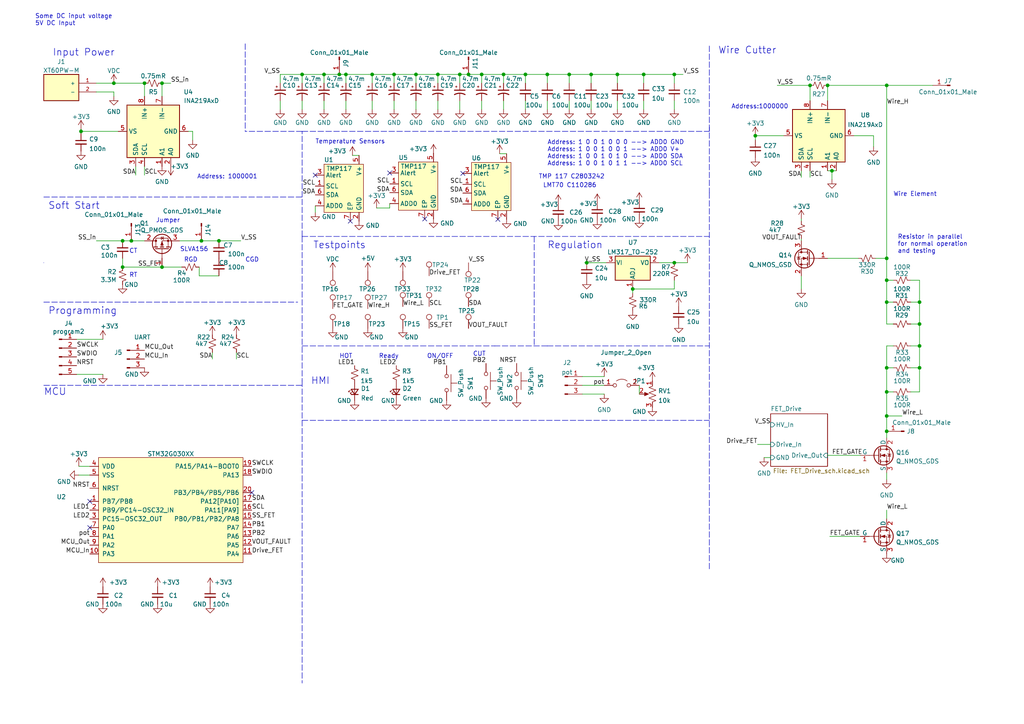
<source format=kicad_sch>
(kicad_sch (version 20211123) (generator eeschema)
  (paper "A4")
  (title_block (title "Hot Wire Ice Cutter") (rev "v0.0") (company "Alex Thiel"))
  (junction (at 41.91 24.13))
  (junction (at 195.58 21.59))
  (junction (at 257.175 24.765))
  (junction (at 266.7 87.63))
  (junction (at 46.99 24.13))
  (junction (at 135.89 21.59))
  (junction (at 234.95 24.765))
  (junction (at 127 21.59))
  (junction (at 87.63 21.59))
  (junction (at 171.45 21.59))
  (junction (at 33.02 24.13))
  (junction (at 257.175 120.65))
  (junction (at 35.56 77.47))
  (junction (at 266.7 100.33))
  (junction (at 63.5 69.85))
  (junction (at 93.98 21.59))
  (junction (at 186.69 21.59))
  (junction (at 38.1 69.85))
  (junction (at 257.175 87.63))
  (junction (at 58.42 69.85))
  (junction (at 257.175 113.665))
  (junction (at 240.03 24.765))
  (junction (at 195.58 76.2))
  (junction (at 266.7 106.68))
  (junction (at 183.515 83.82))
  (junction (at 257.175 74.93))
  (junction (at 23.495 38.1))
  (junction (at 98.425 21.59))
  (junction (at 120.65 21.59))
  (junction (at 152.4 21.59))
  (junction (at 165.1 21.59))
  (junction (at 219.075 39.37))
  (junction (at 241.3 49.53))
  (junction (at 179.07 21.59))
  (junction (at 257.175 106.68))
  (junction (at 158.75 21.59))
  (junction (at 257.175 81.28))
  (junction (at 100.33 21.59))
  (junction (at 170.18 76.2))
  (junction (at 46.99 77.47))
  (junction (at 139.7 21.59))
  (junction (at 146.05 21.59))
  (junction (at 257.175 125.095))
  (junction (at 266.7 93.98))
  (junction (at 133.35 21.59))
  (junction (at 107.95 21.59))
  (junction (at 114.3 21.59))
  (junction (at 35.56 69.85))
  (no_connect (at 113.03 50.165))
  (no_connect (at 26.035 153.035))
  (no_connect (at 73.025 142.875))
  (no_connect (at 26.035 145.415))
  (no_connect (at 101.6 64.135))
  (no_connect (at 91.44 50.8))
  (no_connect (at 134.239 50.292))
  (no_connect (at 144.399 63.627))
  (no_connect (at 123.19 63.5))
  (wire (pts (xy 186.69 21.59) (xy 195.58 21.59)))
  (wire (pts (xy 195.58 83.82) (xy 195.58 81.28)))
  (wire (pts (xy 168.91 109.22) (xy 175.26 109.22)))
  (wire (pts (xy 57.785 80.01) (xy 63.5 80.01)))
  (wire (pts (xy 38.1 69.85) (xy 41.91 69.85)))
  (wire (pts (xy 266.7 100.33) (xy 266.7 106.68)))
  (wire (pts (xy 23.495 38.1) (xy 34.29 38.1)))
  (wire (pts (xy 257.175 24.765) (xy 270.51 24.765)))
  (wire (pts (xy 133.35 21.59) (xy 135.89 21.59)))
  (wire (pts (xy 171.45 29.21) (xy 171.45 31.75)))
  (wire (pts (xy 27.94 24.13) (xy 33.02 24.13)))
  (wire (pts (xy 107.95 21.59) (xy 114.3 21.59)))
  (wire (pts (xy 264.16 81.28) (xy 266.7 81.28)))
  (wire (pts (xy 46.99 77.47) (xy 52.705 77.47)))
  (wire (pts (xy 257.175 137.16) (xy 257.175 139.065)))
  (wire (pts (xy 171.45 21.59) (xy 179.07 21.59)))
  (wire (pts (xy 120.65 29.21) (xy 120.65 31.75)))
  (wire (pts (xy 35.56 74.93) (xy 35.56 77.47)))
  (wire (pts (xy 183.515 83.82) (xy 195.58 83.82)))
  (wire (pts (xy 240.665 155.575) (xy 249.555 155.575)))
  (wire (pts (xy 266.7 81.28) (xy 266.7 87.63)))
  (wire (pts (xy 264.16 87.63) (xy 266.7 87.63)))
  (wire (pts (xy 35.56 69.85) (xy 38.1 69.85)))
  (wire (pts (xy 158.75 29.21) (xy 158.75 31.75)))
  (wire (pts (xy 247.65 39.37) (xy 253.365 39.37)))
  (wire (pts (xy 22.86 135.255) (xy 26.035 135.255)))
  (wire (pts (xy 58.42 69.85) (xy 63.5 69.85)))
  (wire (pts (xy 257.175 120.65) (xy 261.62 120.65)))
  (wire (pts (xy 127 29.21) (xy 127 31.75)))
  (wire (pts (xy 93.98 21.59) (xy 98.425 21.59)))
  (wire (pts (xy 195.58 21.59) (xy 198.12 21.59)))
  (wire (pts (xy 133.35 21.59) (xy 133.35 24.13)))
  (polyline (pts (xy 205.74 13.335) (xy 205.74 55.88)))
  (wire (pts (xy 93.98 29.21) (xy 93.98 31.75)))
  (wire (pts (xy 234.95 49.53) (xy 234.95 51.435)))
  (wire (pts (xy 257.175 113.665) (xy 259.08 113.665)))
  (wire (pts (xy 52.07 69.85) (xy 58.42 69.85)))
  (wire (pts (xy 113.03 60.325) (xy 113.03 59.055)))
  (wire (pts (xy 257.175 24.765) (xy 257.175 74.93)))
  (wire (pts (xy 240.03 49.53) (xy 241.3 49.53)))
  (polyline (pts (xy 87.63 121.92) (xy 205.74 121.92)))
  (wire (pts (xy 41.91 24.13) (xy 41.91 27.94)))
  (wire (pts (xy 257.175 113.665) (xy 257.175 120.65)))
  (polyline (pts (xy 87.63 38.1) (xy 205.74 38.1)))
  (wire (pts (xy 232.41 80.01) (xy 232.41 83.82)))
  (wire (pts (xy 257.175 100.33) (xy 257.175 106.68)))
  (wire (pts (xy 102.235 45.085) (xy 104.14 45.085)))
  (wire (pts (xy 232.41 63.5) (xy 232.41 64.135)))
  (wire (pts (xy 27.94 26.67) (xy 33.02 26.67)))
  (wire (pts (xy 63.5 69.85) (xy 69.85 69.85)))
  (wire (pts (xy 170.18 76.2) (xy 175.895 76.2)))
  (wire (pts (xy 195.58 76.2) (xy 199.39 76.2)))
  (wire (pts (xy 127 21.59) (xy 133.35 21.59)))
  (wire (pts (xy 120.65 21.59) (xy 120.65 24.13)))
  (wire (pts (xy 87.63 29.21) (xy 87.63 31.75)))
  (wire (pts (xy 257.175 106.68) (xy 259.08 106.68)))
  (wire (pts (xy 195.58 21.59) (xy 195.58 24.13)))
  (polyline (pts (xy 158.75 100.33) (xy 205.74 100.33)))
  (wire (pts (xy 240.03 24.765) (xy 240.03 29.21)))
  (wire (pts (xy 257.175 120.65) (xy 257.175 125.095)))
  (polyline (pts (xy 12.7 111.76) (xy 87.63 111.76)))
  (wire (pts (xy 61.595 102.235) (xy 61.595 104.14)))
  (wire (pts (xy 133.35 29.21) (xy 133.35 31.75)))
  (wire (pts (xy 46.99 24.13) (xy 49.53 24.13)))
  (wire (pts (xy 23.495 37.465) (xy 23.495 38.1)))
  (wire (pts (xy 152.4 21.59) (xy 152.4 24.13)))
  (polyline (pts (xy 205.74 55.88) (xy 205.74 165.1)))
  (wire (pts (xy 27.94 69.85) (xy 35.56 69.85)))
  (wire (pts (xy 144.907 44.577) (xy 146.939 44.577)))
  (wire (pts (xy 139.7 21.59) (xy 139.7 24.13)))
  (wire (pts (xy 152.4 21.59) (xy 158.75 21.59)))
  (polyline (pts (xy 87.63 110.49) (xy 87.63 198.12)))
  (wire (pts (xy 253.365 39.37) (xy 253.365 42.545)))
  (wire (pts (xy 257.175 125.095) (xy 257.175 127)))
  (wire (pts (xy 257.175 147.955) (xy 257.175 150.495)))
  (wire (pts (xy 152.4 29.21) (xy 152.4 31.75)))
  (wire (pts (xy 68.58 102.235) (xy 68.58 104.14)))
  (wire (pts (xy 165.1 29.21) (xy 165.1 31.75)))
  (wire (pts (xy 146.05 21.59) (xy 146.05 24.13)))
  (wire (pts (xy 139.7 29.21) (xy 139.7 31.75)))
  (wire (pts (xy 107.95 29.21) (xy 107.95 31.75)))
  (polyline (pts (xy 12.7 87.63) (xy 86.36 87.63)))
  (wire (pts (xy 169.545 76.2) (xy 170.18 76.2)))
  (wire (pts (xy 241.3 49.53) (xy 242.57 49.53)))
  (wire (pts (xy 195.58 29.21) (xy 195.58 31.75)))
  (polyline (pts (xy 87.63 100.33) (xy 143.51 100.33)))
  (wire (pts (xy 257.175 106.68) (xy 257.175 113.665)))
  (wire (pts (xy 266.7 87.63) (xy 266.7 93.98)))
  (wire (pts (xy 146.05 21.59) (xy 152.4 21.59)))
  (wire (pts (xy 35.56 77.47) (xy 46.99 77.47)))
  (wire (pts (xy 91.44 59.69) (xy 91.44 61.595)))
  (wire (pts (xy 264.16 100.33) (xy 266.7 100.33)))
  (wire (pts (xy 186.69 21.59) (xy 186.69 24.13)))
  (wire (pts (xy 87.63 21.59) (xy 93.98 21.59)))
  (wire (pts (xy 241.3 49.53) (xy 241.3 52.07)))
  (wire (pts (xy 185.42 111.76) (xy 185.42 114.3)))
  (wire (pts (xy 120.65 21.59) (xy 127 21.59)))
  (wire (pts (xy 87.63 21.59) (xy 87.63 24.13)))
  (wire (pts (xy 266.7 113.665) (xy 266.7 106.68)))
  (polyline (pts (xy 87.63 68.58) (xy 205.74 68.58)))
  (wire (pts (xy 54.61 38.1) (xy 55.88 38.1)))
  (wire (pts (xy 46.99 24.13) (xy 46.99 27.94)))
  (wire (pts (xy 55.88 38.1) (xy 55.88 40.64)))
  (polyline (pts (xy 87.63 38.1) (xy 71.12 38.1)))
  (wire (pts (xy 41.91 48.26) (xy 41.91 50.8)))
  (wire (pts (xy 264.16 113.665) (xy 266.7 113.665)))
  (wire (pts (xy 81.28 21.59) (xy 87.63 21.59)))
  (wire (pts (xy 257.175 87.63) (xy 259.08 87.63)))
  (wire (pts (xy 57.785 77.47) (xy 57.785 80.01)))
  (wire (pts (xy 165.1 21.59) (xy 165.1 24.13)))
  (wire (pts (xy 165.1 21.59) (xy 171.45 21.59)))
  (wire (pts (xy 114.3 29.21) (xy 114.3 31.75)))
  (wire (pts (xy 183.515 83.82) (xy 183.515 85.09)))
  (wire (pts (xy 240.03 24.765) (xy 257.175 24.765)))
  (wire (pts (xy 264.16 93.98) (xy 266.7 93.98)))
  (wire (pts (xy 158.75 21.59) (xy 165.1 21.59)))
  (polyline (pts (xy 12.7 57.15) (xy 87.63 57.15)))
  (wire (pts (xy 240.03 74.93) (xy 248.92 74.93)))
  (wire (pts (xy 179.07 21.59) (xy 186.69 21.59)))
  (wire (pts (xy 257.175 87.63) (xy 257.175 93.98)))
  (wire (pts (xy 22.86 137.795) (xy 26.035 137.795)))
  (wire (pts (xy 39.37 48.26) (xy 39.37 50.8)))
  (wire (pts (xy 100.33 21.59) (xy 100.33 24.13)))
  (wire (pts (xy 168.91 114.3) (xy 175.26 114.3)))
  (wire (pts (xy 23.495 38.1) (xy 23.495 38.735)))
  (wire (pts (xy 257.175 93.98) (xy 259.08 93.98)))
  (polyline (pts (xy 12.7 76.2) (xy 12.7 76.2)))
  (wire (pts (xy 100.33 21.59) (xy 107.95 21.59)))
  (wire (pts (xy 81.28 21.59) (xy 81.28 24.13)))
  (wire (pts (xy 127 21.59) (xy 127 24.13)))
  (wire (pts (xy 179.07 21.59) (xy 179.07 24.13)))
  (wire (pts (xy 139.7 21.59) (xy 146.05 21.59)))
  (polyline (pts (xy 87.63 68.58) (xy 87.63 110.49)))
  (wire (pts (xy 232.41 69.215) (xy 232.41 69.85)))
  (wire (pts (xy 227.33 39.37) (xy 219.075 39.37)))
  (wire (pts (xy 171.45 21.59) (xy 171.45 24.13)))
  (wire (pts (xy 232.41 49.53) (xy 232.41 51.435)))
  (wire (pts (xy 266.7 93.98) (xy 266.7 100.33)))
  (wire (pts (xy 264.16 106.68) (xy 266.7 106.68)))
  (polyline (pts (xy 158.75 100.33) (xy 143.51 100.33)))
  (wire (pts (xy 109.22 60.325) (xy 113.03 60.325)))
  (wire (pts (xy 225.425 24.765) (xy 234.95 24.765)))
  (polyline (pts (xy 205.74 38.1) (xy 205.74 36.83)))
  (wire (pts (xy 114.3 21.59) (xy 114.3 24.13)))
  (wire (pts (xy 240.03 132.08) (xy 249.555 132.08)))
  (wire (pts (xy 257.175 74.93) (xy 257.175 81.28)))
  (wire (pts (xy 186.69 29.21) (xy 186.69 31.75)))
  (wire (pts (xy 219.075 39.37) (xy 219.075 40.64)))
  (wire (pts (xy 221.615 132.715) (xy 223.52 132.715)))
  (wire (pts (xy 146.05 29.21) (xy 146.05 31.75)))
  (wire (pts (xy 22.225 108.585) (xy 29.845 108.585)))
  (wire (pts (xy 234.95 24.765) (xy 234.95 29.21)))
  (wire (pts (xy 22.225 98.425) (xy 29.845 98.425)))
  (wire (pts (xy 107.95 21.59) (xy 107.95 24.13)))
  (wire (pts (xy 81.28 29.21) (xy 81.28 31.75)))
  (wire (pts (xy 33.02 26.67) (xy 33.02 27.94)))
  (wire (pts (xy 257.175 81.28) (xy 257.175 87.63)))
  (polyline (pts (xy 87.63 68.58) (xy 87.63 38.1)))
  (polyline (pts (xy 71.12 12.7) (xy 71.12 38.1)))
  (wire (pts (xy 100.33 29.21) (xy 100.33 31.75)))
  (wire (pts (xy 219.71 128.905) (xy 223.52 128.905)))
  (wire (pts (xy 93.98 21.59) (xy 93.98 24.13)))
  (wire (pts (xy 257.175 100.33) (xy 259.08 100.33)))
  (wire (pts (xy 114.3 21.59) (xy 120.65 21.59)))
  (wire (pts (xy 135.89 21.59) (xy 139.7 21.59)))
  (wire (pts (xy 179.07 29.21) (xy 179.07 31.75)))
  (wire (pts (xy 158.75 21.59) (xy 158.75 24.13)))
  (wire (pts (xy 254 74.93) (xy 257.175 74.93)))
  (wire (pts (xy 257.175 81.28) (xy 259.08 81.28)))
  (wire (pts (xy 98.425 21.59) (xy 100.33 21.59)))
  (wire (pts (xy 191.135 76.2) (xy 195.58 76.2)))
  (wire (pts (xy 33.02 24.13) (xy 41.91 24.13)))
  (wire (pts (xy 168.91 111.76) (xy 175.26 111.76)))
  (polyline (pts (xy 154.94 68.58) (xy 154.94 100.33)))
  (text "CUT" (at 137.16 103.505 0) (effects (font (size 1.27 1.27)) (justify left bottom)))
  (text "Resistor in parallel\nfor normal operation\nand testing" (at 260.35 73.66 0) (effects (font (size 1.27 1.27)) (justify left bottom)))
  (text "Some DC input voltage\n5V DC Input" (at 10.16 7.62 0) (effects (font (size 1.27 1.27)) (justify left bottom)))
  (text "CGD" (at 71.12 76.2 0) (effects (font (size 1.27 1.27)) (justify left bottom)))
  (text "LMT70 C110286" (at 157.48 54.61 0) (effects (font (size 1.27 1.27)) (justify left bottom)))
  (text "Jumper" (at 45.212 64.77 0) (effects (font (size 1.27 1.27)) (justify left bottom)))
  (text "Testpoints" (at 90.805 72.39 0) (effects (font (size 2 2)) (justify left bottom)))
  (text "HOT" (at 98.425 104.14 0) (effects (font (size 1.27 1.27)) (justify left bottom)))
  (text "Input Power" (at 15.24 16.51 0) (effects (font (size 2 2)) (justify left bottom)))
  (text "Wire Element" (at 259.08 57.15 0) (effects (font (size 1.27 1.27)) (justify left bottom)))
  (text "CT" (at 37.465 73.66 0) (effects (font (size 1.27 1.27)) (justify left bottom)))
  (text "HMI\n" (at 90.17 111.76 0) (effects (font (size 2 2)) (justify left bottom)))
  (text "Soft Start" (at 13.97 60.96 0) (effects (font (size 2.0066 2.0066)) (justify left bottom)))
  (text "SLVA156" (at 52.197 73.152 0) (effects (font (size 1.27 1.27)) (justify left bottom)))
  (text "Programming" (at 13.97 91.44 0) (effects (font (size 2 2)) (justify left bottom)))
  (text "Address: 1 0 0 1 0 0 0 --> ADD0 GND\nAddress: 1 0 0 1 0 0 1 --> ADD0 V+\nAddress: 1 0 0 1 0 1 0 --> ADD0 SDA\nAddress: 1 0 0 1 0 1 1 --> ADD0 SCL" (at 158.75 48.26 0) (effects (font (size 1.27 1.27)) (justify left bottom)))
  (text "Address: 1000001\n" (at 57.15 52.07 0) (effects (font (size 1.27 1.27)) (justify left bottom)))
  (text "RT" (at 37.465 80.645 0) (effects (font (size 1.27 1.27)) (justify left bottom)))
  (text "MCU" (at 12.7 114.935 0) (effects (font (size 2 2)) (justify left bottom)))
  (text "Ready" (at 109.855 104.14 0) (effects (font (size 1.27 1.27)) (justify left bottom)))
  (text "Wire Cutter" (at 208.28 15.875 0) (effects (font (size 2 2)) (justify left bottom)))
  (text "ON/OFF" (at 123.825 104.14 0) (effects (font (size 1.27 1.27)) (justify left bottom)))
  (text "TMP 117 C2803242" (at 156.21 52.07 0) (effects (font (size 1.27 1.27)) (justify left bottom)))
  (text "Regulation" (at 158.75 72.39 0) (effects (font (size 2 2)) (justify left bottom)))
  (text "Address:1000000" (at 212.09 31.75 0) (effects (font (size 1.27 1.27)) (justify left bottom)))
  (text "Temperature Sensors\n" (at 91.44 41.91 0) (effects (font (size 1.27 1.27)) (justify left bottom)))
  (text "RGD" (at 53.34 76.2 0) (effects (font (size 1.27 1.27)) (justify left bottom)))
  (label "SS_FET" (at 40.005 77.47 0))
  (label "SDA" (at 134.239 59.182 180))
  (label "FET_GATE" (at 241.3 132.08 0))
  (label "LED1" (at 102.87 106.045 180))
  (label "V_SS" (at 225.425 24.765 0))
  (label "SCL" (at 91.44 53.975 180))
  (label "V_SS" (at 135.89 76.2 0))
  (label "PB2" (at 73.025 155.575 0))
  (label "SDA" (at 135.89 88.9 0))
  (label "SCL" (at 234.95 51.435 0))
  (label "V_SS" (at 198.12 21.59 0))
  (label "MCU_In" (at 26.035 160.655 180))
  (label "Wire_H" (at 257.175 30.48 0))
  (label "NRST" (at 26.035 141.605 180))
  (label "VOUT_FAULT" (at 135.89 95.25 0))
  (label "NRST" (at 22.225 106.045 0))
  (label "V_SS" (at 69.85 69.85 0))
  (label "PB1" (at 73.025 153.035 0))
  (label "Wire_H" (at 106.68 89.535 0))
  (label "Drive_FET" (at 73.025 160.655 0))
  (label "NRST" (at 149.86 105.41 180))
  (label "Wire_L" (at 116.84 88.9 0))
  (label "SDA" (at 73.025 145.415 0))
  (label "MCU_In" (at 41.91 104.14 0))
  (label "LED2" (at 26.035 150.495 180))
  (label "SWCLK" (at 73.025 135.255 0))
  (label "PB2" (at 140.97 105.41 180))
  (label "SWDIO" (at 22.225 103.505 0))
  (label "Drive_FET" (at 219.71 128.905 180))
  (label "Wire_L" (at 261.62 120.65 0))
  (label "V_SS" (at 81.28 21.59 180))
  (label "SWCLK" (at 22.225 100.965 0))
  (label "SCL" (at 41.91 50.8 0))
  (label "SDA" (at 232.41 51.435 180))
  (label "PB1" (at 129.54 106.045 180))
  (label "SDA" (at 61.595 104.14 180))
  (label "LED2" (at 114.935 106.045 180))
  (label "SS_FET" (at 73.025 150.495 0))
  (label "SDA" (at 39.37 50.8 180))
  (label "VOUT_FAULT" (at 73.025 158.115 0))
  (label "SDA" (at 134.239 56.007 180))
  (label "SCL" (at 73.025 147.955 0))
  (label "SCL" (at 68.58 104.14 0))
  (label "SCL" (at 134.239 53.467 180))
  (label "V_SS" (at 169.545 76.2 0))
  (label "SS_in" (at 27.94 69.85 180))
  (label "SDA" (at 91.44 56.515 180))
  (label "Drive_FET" (at 124.46 80.01 0))
  (label "SCL" (at 124.46 88.9 0))
  (label "SCL" (at 113.03 53.34 180))
  (label "Wire_L" (at 257.175 147.955 0))
  (label "MCU_Out" (at 41.91 101.6 0))
  (label "SWDIO" (at 73.025 137.795 0))
  (label "FET_GATE" (at 96.52 89.535 0))
  (label "SS_in" (at 49.53 24.13 0))
  (label "FET_GATE" (at 240.665 155.575 0))
  (label "pot" (at 26.035 155.575 180))
  (label "pot" (at 172.085 111.76 0))
  (label "VOUT_FAULT" (at 232.41 69.85 180))
  (label "MCU_Out" (at 26.035 158.115 180))
  (label "LED1" (at 26.035 147.955 180))
  (label "SS_FET" (at 124.46 95.25 0))
  (label "SDA" (at 113.03 55.88 180))
  (label "V_SS" (at 223.52 123.19 180))
  (symbol (lib_id "power:GND") (at 161.925 64.135 0) (unit 1)
    (property "Reference" "#PWR029" (effects hide))
    (property "Value" "GND" (at 156.845 64.135 0) (effects (justify left)))
  )
  (symbol (lib_id "Device:R_Small_US") (at 261.62 100.33 270) (mirror x) (unit 1)
    (property "Reference" "R33" (at 259.715 102.235 90) (effects (justify left)))
    (property "Value" "100R" (at 259.08 104.14 90) (effects (justify left)))
    (property "Footprint" "Resistor_SMD:R_1206_3216Metric" (effects hide))
    (property "LCSC" "C17901" (effects hide))
    (property "Price" "0.0007" (effects hide))
    (property "Populate" "Yes" (effects hide))
    (property "Extended" "0" (effects hide))
  )
  (symbol (lib_id "power:GND") (at 140.97 115.57 0) (unit 1)
    (property "Reference" "#PWR035" (effects hide))
    (property "Value" "GND" (at 135.89 115.57 0) (effects (justify left)))
  )
  (symbol (lib_id "power:GND") (at 96.52 95.25 0) (unit 1)
    (property "Reference" "#PWR051" (effects hide))
    (property "Value" "GND" (at 99.06 97.79 0))
  )
  (symbol (lib_id "power:+3V3") (at 29.845 170.18 0) (unit 1)
    (property "Reference" "#PWR05" (effects hide))
    (property "Value" "+3V3" (at 34.29 168.91 0))
  )
  (symbol (lib_id "power:GND") (at 257.175 160.655 0) (unit 1)
    (property "Reference" "#PWR096" (effects hide))
    (property "Value" "GND" (at 260.35 162.56 0))
  )
  (symbol (lib_id "Device:C_Polarized_Small_US") (at 139.7 26.67 0) (unit 1)
    (property "Reference" "C21" (at 140.335 24.765 0) (effects (justify left)))
    (property "Value" "4.7m" (at 140.335 22.86 0) (effects (justify left)))
    (property "Footprint" "Capacitor_THT:CP_Radial_D14.0mm_P5.00mm" (effects hide))
    (property "Populate" "No" (effects hide))
    (property "Extended" "1" (effects hide))
  )
  (symbol (lib_id "Device:C_Small") (at 165.1 26.67 0) (unit 1)
    (property "Reference" "C11" (at 166.37 27.94 0) (effects (justify left)))
    (property "Value" "100u" (at 166.37 30.48 0) (effects (justify left)))
    (property "Footprint" "Capacitor_SMD:C_1206_3216Metric" (effects hide))
    (property "LCSC" "C15008" (effects hide))
    (property "Populate" "Yes" (effects hide))
    (property "Extended" "0" (effects hide))
  )
  (symbol (lib_id "power:GND") (at 253.365 42.545 0) (unit 1)
    (property "Reference" "#PWR093" (effects hide))
    (property "Value" "GND" (at 253.365 47.1075 0))
  )
  (symbol (lib_id "Device:R_Small_US") (at 261.62 81.28 90) (mirror x) (unit 1)
    (property "Reference" "R32" (at 263.525 79.375 90) (effects (justify left)))
    (property "Value" "100R" (at 264.16 77.47 90) (effects (justify left)))
    (property "Footprint" "Resistor_SMD:R_1206_3216Metric" (effects hide))
    (property "LCSC" "C17901" (effects hide))
    (property "Price" "0.0007" (effects hide))
    (property "Populate" "Yes" (effects hide))
    (property "Extended" "0" (effects hide))
  )
  (symbol (lib_id "Device:R_Small_US") (at 237.49 24.765 90) (unit 1)
    (property "Reference" "R27" (at 237.49 27.305 90))
    (property "Value" "0.75mR" (at 237.49 22.6846 90))
    (property "Footprint" "4022:res_5930" (effects hide))
    (property "Extended" "1" (effects hide))
    (property "Populate" "Yes" (effects hide))
    (property "Price" "0.087" (effects hide))
  )
  (symbol (lib_id "power:+3V3") (at 161.925 59.055 0) (unit 1)
    (property "Reference" "#PWR028" (effects hide))
    (property "Value" "+3V3" (at 159.258 59.309 0))
  )
  (symbol (lib_id "Device:C_Polarized_Small_US") (at 93.98 26.67 0) (unit 1)
    (property "Reference" "C14" (at 94.615 24.765 0) (effects (justify left)))
    (property "Value" "4.7m" (at 94.615 22.86 0) (effects (justify left)))
    (property "Footprint" "Capacitor_THT:CP_Radial_D14.0mm_P5.00mm" (effects hide))
    (property "Populate" "No" (effects hide))
    (property "Extended" "1" (effects hide))
  )
  (symbol (lib_id "Connector:TestPoint") (at 96.52 95.25 0) (unit 1)
    (property "Reference" "TP18" (at 101.6 93.98 0) (effects (justify right)))
    (property "Value" "TestPoint" (effects hide))
    (property "Footprint" "TestPoint:TestPoint_Pad_D2.0mm" (effects hide))
    (property "Populate" "No" (effects hide))
  )
  (symbol (lib_id "power:GND") (at 23.495 43.815 0) (unit 1)
    (property "Reference" "#PWR0123" (effects hide))
    (property "Value" "GND" (at 23.495 48.3775 0))
  )
  (symbol (lib_id "Connector:TestPoint") (at 135.89 95.25 0) (unit 1)
    (property "Reference" "TP25" (at 137.795 90.17 0) (effects (justify right)))
    (property "Value" "TestPoint" (effects hide))
    (property "Footprint" "TestPoint:TestPoint_Pad_D2.0mm" (effects hide))
    (property "Populate" "No" (effects hide))
  )
  (symbol (lib_id "Device:C_Small") (at 29.845 172.72 0) (unit 1)
    (property "Reference" "C2" (at 33.02 172.72 0) (effects (justify left)))
    (property "Value" "100n" (at 30.48 175.26 0) (effects (justify left)))
    (property "Footprint" "Capacitor_SMD:C_0402_1005Metric" (effects hide))
    (property "Populate" "Yes" (effects hide))
    (property "LCSC" "C307331" (effects hide))
    (property "Price" "0.006" (effects hide))
    (property "Extended" "0" (effects hide))
  )
  (symbol (lib_id "Device:R_Small_US") (at 114.935 108.585 0) (unit 1)
    (property "Reference" "R3" (at 116.586 107.6765 0) (effects (justify left)))
    (property "Value" "1k5" (at 116.586 110.4516 0) (effects (justify left)))
    (property "Footprint" "Resistor_SMD:R_0402_1005Metric" (effects hide))
    (property "Populate" "Yes" (effects hide))
    (property "Extended" "0" (effects hide))
    (property "LCSC" "C25867" (effects hide))
    (property "Price" "0.0007" (effects hide))
  )
  (symbol (lib_id "power:GND") (at 158.75 31.75 0) (unit 1)
    (property "Reference" "#PWR0131" (effects hide))
    (property "Value" "GND" (at 158.75 35.56 0))
  )
  (symbol (lib_id "Connector:TestPoint") (at 135.89 88.9 0) (unit 1)
    (property "Reference" "TP28" (at 139.065 83.82 0) (effects (justify right)))
    (property "Value" "TestPoint" (effects hide))
    (property "Footprint" "TestPoint:TestPoint_Pad_D2.0mm" (effects hide))
    (property "Populate" "No" (effects hide))
  )
  (symbol (lib_id "Device:R_Small_US") (at 55.245 77.47 90) (mirror x) (unit 1)
    (property "Reference" "R4" (at 54.0766 79.1972 90) (effects (justify left)))
    (property "Value" "100R" (at 55.245 81.28 90) (effects (justify left)))
    (property "Footprint" "Resistor_SMD:R_0402_1005Metric" (effects hide))
    (property "LCSC" "C25076" (effects hide))
    (property "Price" "0.0007" (effects hide))
    (property "Populate" "Yes" (effects hide))
    (property "Extended" "0" (effects hide))
  )
  (symbol (lib_id "Device:R_Small_US") (at 61.595 99.695 180) (unit 1)
    (property "Reference" "R22" (at 59.055 97.79 0))
    (property "Value" "4k7" (at 58.42 99.695 0))
    (property "Footprint" "Resistor_SMD:R_0402_1005Metric" (effects hide))
    (property "Populate" "Yes" (effects hide))
    (property "Extended" "0" (effects hide))
    (property "LCSC" "C25900" (effects hide))
    (property "Price" "0.0007" (effects hide))
  )
  (symbol (lib_id "Connector:TestPoint") (at 96.52 89.535 0) (unit 1)
    (property "Reference" "TP17" (at 102.235 86.36 0) (effects (justify right)))
    (property "Value" "TestPoint" (effects hide))
    (property "Footprint" "TestPoint:TestPoint_Pad_D2.0mm" (effects hide))
    (property "Populate" "No" (effects hide))
  )
  (symbol (lib_id "power:GND") (at 102.87 116.205 0) (unit 1)
    (property "Reference" "#PWR014" (effects hide))
    (property "Value" "GND" (at 97.79 116.205 0) (effects (justify left)))
  )
  (symbol (lib_id "Connector:Conn_01x01_Male") (at 135.89 16.51 90) (mirror x) (unit 1)
    (property "Reference" "J11" (at 137.795 18.415 0))
    (property "Value" "Conn_01x01_Male" (at 135.89 15.24 90))
    (property "Footprint" "4022:SMD_Pad_15x10" (effects hide))
    (property "Populate" "No" (effects hide))
    (property "Extended" "0" (effects hide))
  )
  (symbol (lib_id "power:+3V3") (at 22.86 135.255 0) (unit 1)
    (property "Reference" "#PWR08" (effects hide))
    (property "Value" "+3V3" (at 22.86 131.6505 0))
  )
  (symbol (lib_id "Device:R_Small_US") (at 261.62 87.63 90) (mirror x) (unit 1)
    (property "Reference" "R31" (at 263.525 85.725 90) (effects (justify left)))
    (property "Value" "100R" (at 264.16 83.82 90) (effects (justify left)))
    (property "Footprint" "Resistor_SMD:R_1206_3216Metric" (effects hide))
    (property "LCSC" "C17901" (effects hide))
    (property "Price" "0.0007" (effects hide))
    (property "Populate" "Yes" (effects hide))
    (property "Extended" "0" (effects hide))
  )
  (symbol (lib_id "Device:Q_NMOS_GDS") (at 254.635 132.08 0) (unit 1)
    (property "Reference" "Q16" (at 259.842 131.2453 0) (effects (justify left)))
    (property "Value" "Q_NMOS_GDS" (at 259.842 133.7822 0) (effects (justify left)))
    (property "Footprint" "Package_TO_SOT_SMD:TO-252-2" (effects hide))
    (property "LCSC" "C709962" (effects hide))
    (property "Populate" "Yes" (effects hide))
  )
  (symbol (lib_id "power:GND") (at 257.175 139.065 0) (unit 1)
    (property "Reference" "#PWR095" (effects hide))
    (property "Value" "GND" (at 257.175 143.6275 0))
  )
  (symbol (lib_id "power:GND") (at 46.99 48.26 0) (unit 1)
    (property "Reference" "#PWR0119" (effects hide))
    (property "Value" "GND" (at 46.99 52.7034 0))
  )
  (symbol (lib_id "power:GND") (at 196.85 93.98 0) (unit 1)
    (property "Reference" "#PWR0108" (effects hide))
    (property "Value" "GND" (at 196.85 98.5425 0))
  )
  (symbol (lib_id "power:+3V3") (at 23.495 37.465 0) (unit 1)
    (property "Reference" "#PWR0122" (effects hide))
    (property "Value" "+3V3" (at 23.495 33.8605 0))
  )
  (symbol (lib_id "Device:LED_Small") (at 102.87 113.665 90) (unit 1)
    (property "Reference" "D1" (at 104.648 112.693 90) (effects (justify right)))
    (property "Value" "Red" (at 104.648 115.4681 90) (effects (justify right)))
    (property "Footprint" "Diode_SMD:D_0603_1608Metric" (effects hide))
    (property "LCSC" "C2286" (effects hide))
    (property "Populate" "Yes" (effects hide))
    (property "Extended" "0" (effects hide))
  )
  (symbol (lib_id "Device:C_Small") (at 195.58 26.67 0) (unit 1)
    (property "Reference" "C12" (at 198.12 26.67 0) (effects (justify left)))
    (property "Value" "100n" (at 198.12 29.21 0) (effects (justify left)))
    (property "Footprint" "Capacitor_SMD:C_0402_1005Metric" (effects hide))
    (property "LCSC" "C307331" (effects hide))
    (property "Price" "0.006" (effects hide))
    (property "Populate" "Yes" (effects hide))
    (property "Extended" "0" (effects hide))
  )
  (symbol (lib_id "power:GND") (at 232.41 83.82 0) (unit 1)
    (property "Reference" "#PWR091" (effects hide))
    (property "Value" "GND" (at 232.41 88.3825 0))
  )
  (symbol (lib_id "power:GND") (at 219.075 45.72 0) (unit 1)
    (property "Reference" "#PWR082" (effects hide))
    (property "Value" "GND" (at 219.075 50.2825 0))
  )
  (symbol (lib_id "Connector:Conn_01x01_Male") (at 262.255 125.095 0) (mirror y) (unit 1)
    (property "Reference" "J8" (at 264.16 125.095 0))
    (property "Value" "Conn_01x01_Male" (at 267.335 122.555 0))
    (property "Footprint" "4022:SMD_Pad_15x10" (effects hide))
    (property "Populate" "No" (effects hide))
    (property "Extended" "0" (effects hide))
  )
  (symbol (lib_id "power:+3V3") (at 68.58 97.155 0) (unit 1)
    (property "Reference" "#PWR083" (effects hide))
    (property "Value" "+3V3" (at 68.58 93.5505 0))
  )
  (symbol (lib_id "power:+3V3") (at 61.595 97.155 0) (unit 1)
    (property "Reference" "#PWR079" (effects hide))
    (property "Value" "+3V3" (at 61.595 93.5505 0))
  )
  (symbol (lib_id "Connector:TestPoint") (at 124.46 80.01 0) (unit 1)
    (property "Reference" "TP24" (at 130.175 76.835 0) (effects (justify right)))
    (property "Value" "TestPoint" (effects hide))
    (property "Footprint" "TestPoint:TestPoint_Pad_D2.0mm" (effects hide))
    (property "Populate" "No" (effects hide))
  )
  (symbol (lib_id "power:+5V") (at 106.68 78.74 0) (unit 1)
    (property "Reference" "#PWR054" (effects hide))
    (property "Value" "+5V" (at 106.68 74.93 0))
  )
  (symbol (lib_id "Device:C_Small") (at 186.69 26.67 0) (unit 1)
    (property "Reference" "C33" (at 189.0141 25.7678 0) (effects (justify left)))
    (property "Value" "10u" (at 189.0141 28.5429 0) (effects (justify left)))
    (property "Footprint" "Capacitor_SMD:C_0603_1608Metric" (effects hide))
    (property "Populate" "Yes" (effects hide))
    (property "Extended" "0" (effects hide))
    (property "LCSC" "C96446" (effects hide))
    (property "Price" "0.03" (effects hide))
  )
  (symbol (lib_id "Device:C_Polarized_Small_US") (at 133.35 26.67 0) (unit 1)
    (property "Reference" "C20" (at 133.985 24.765 0) (effects (justify left)))
    (property "Value" "4.7m" (at 133.985 22.86 0) (effects (justify left)))
    (property "Footprint" "Capacitor_THT:CP_Radial_D14.0mm_P5.00mm" (effects hide))
    (property "Populate" "No" (effects hide))
    (property "Extended" "1" (effects hide))
  )
  (symbol (lib_id "Device:Q_PMOS_GDS") (at 46.99 72.39 90) (unit 1)
    (property "Reference" "Q1" (at 41.91 64.77 90))
    (property "Value" "Q_PMOS_GDS" (at 46.99 66.7821 90))
    (property "Footprint" "Package_TO_SOT_SMD:TO-252-2" (effects hide))
  )
  (symbol (lib_id "power:+3V3") (at 49.53 48.26 180) (unit 1)
    (property "Reference" "#PWR0118" (effects hide))
    (property "Value" "+3V3" (at 52.07 48.26 0))
  )
  (symbol (lib_id "power:GND") (at 125.73 63.5 0) (unit 1)
    (property "Reference" "#PWR0128" (effects hide))
    (property "Value" "GND" (at 127.635 64.77 0) (effects (justify left)))
  )
  (symbol (lib_id "Connector:Conn_01x01_Male") (at 38.1 64.77 90) (mirror x) (unit 1)
    (property "Reference" "J13" (at 40.005 66.675 0))
    (property "Value" "Conn_01x01_Male" (at 33.02 62.23 90))
    (property "Footprint" "4022:SMD_Pad_15x10" (effects hide))
    (property "Populate" "No" (effects hide))
    (property "Extended" "0" (effects hide))
  )
  (symbol (lib_id "Device:C_Small") (at 171.45 26.67 0) (unit 1)
    (property "Reference" "C23" (at 172.72 27.94 0) (effects (justify left)))
    (property "Value" "100u" (at 172.72 30.48 0) (effects (justify left)))
    (property "Footprint" "Capacitor_SMD:C_1206_3216Metric" (effects hide))
    (property "LCSC" "C15008" (effects hide))
    (property "Populate" "Yes" (effects hide))
    (property "Extended" "0" (effects hide))
  )
  (symbol (lib_id "Device:R_Small_US") (at 261.62 93.98 90) (mirror x) (unit 1)
    (property "Reference" "R29" (at 263.525 91.44 90) (effects (justify left)))
    (property "Value" "100R" (at 264.16 89.535 90) (effects (justify left)))
    (property "Footprint" "Resistor_SMD:R_1206_3216Metric" (effects hide))
    (property "LCSC" "C17901" (effects hide))
    (property "Price" "0.0007" (effects hide))
    (property "Populate" "Yes" (effects hide))
    (property "Extended" "0" (effects hide))
  )
  (symbol (lib_id "power:GND") (at 33.02 27.94 0) (unit 1)
    (property "Reference" "#PWR0132" (effects hide))
    (property "Value" "GND" (at 33.02 32.3834 0))
  )
  (symbol (lib_id "power:GND") (at 149.86 115.57 0) (unit 1)
    (property "Reference" "#PWR038" (effects hide))
    (property "Value" "GND" (at 144.78 115.57 0) (effects (justify left)))
  )
  (symbol (lib_id "Device:R_Small_US") (at 251.46 74.93 270) (mirror x) (unit 1)
    (property "Reference" "R30" (at 249.555 78.74 90) (effects (justify left)))
    (property "Value" "330R" (at 248.92 76.835 90) (effects (justify left)))
    (property "Footprint" "Resistor_SMD:R_0402_1005Metric" (effects hide))
    (property "LCSC" "C25104" (effects hide))
    (property "Price" "0.0007" (effects hide))
    (property "Populate" "Yes" (effects hide))
    (property "Extended" "0" (effects hide))
  )
  (symbol (lib_id "power:GND") (at 35.56 82.55 0) (unit 1)
    (property "Reference" "#PWR017" (effects hide))
    (property "Value" "GND" (at 38.1 82.55 0))
  )
  (symbol (lib_id "Device:C_Polarized_Small_US") (at 107.95 26.67 0) (unit 1)
    (property "Reference" "C16" (at 108.585 24.765 0) (effects (justify left)))
    (property "Value" "4.7m" (at 108.585 22.86 0) (effects (justify left)))
    (property "Footprint" "Capacitor_THT:CP_Radial_D14.0mm_P5.00mm" (effects hide))
    (property "Populate" "No" (effects hide))
    (property "Extended" "1" (effects hide))
  )
  (symbol (lib_id "power:GND") (at 93.98 31.75 0) (unit 1)
    (property "Reference" "#PWR0116" (effects hide))
    (property "Value" "GND" (at 93.98 35.56 0))
  )
  (symbol (lib_id "XT60PW-M:XT60PW-M") (at 17.78 26.67 0) (mirror y) (unit 1)
    (property "Reference" "J1" (at 17.78 17.8902 0))
    (property "Value" "XT60PW-M" (at 17.78 20.4271 0))
    (property "Footprint" "XT60PW-M:AMASS_XT60PW-M" (effects hide))
    (property "MANUFACTURER" "AMASS" (effects hide))
    (property "MAXIMUM_PACKAGE_HEIGHT" "8.4 mm" (effects hide))
    (property "STANDARD" "Manufacturer recommendations" (effects hide))
    (property "PARTREV" "V1.2" (effects hide))
  )
  (symbol (lib_id "Connector:TestPoint") (at 106.68 89.535 0) (unit 1)
    (property "Reference" "TP27" (at 112.395 86.36 0) (effects (justify right)))
    (property "Value" "TestPoint" (effects hide))
    (property "Footprint" "TestPoint:TestPoint_Pad_D2.0mm" (effects hide))
    (property "Populate" "No" (effects hide))
  )
  (symbol (lib_id "UCT:TMP117") (at 121.285 52.705 0) (unit 1)
    (property "Reference" "U5" (at 115.57 45.72 0) (effects (justify left)))
    (property "Value" "TMP117" (at 116.205 48.26 0) (effects (justify left)))
    (property "Footprint" "Package_SON:WSON-6-1EP_2x2mm_P0.65mm_EP1x1.6mm" (effects hide))
    (property "Populate" "Yes" (effects hide))
    (property "Extended" "1" (effects hide))
    (property "LCSC" "C2803242" (effects hide))
    (property "Price" "3.25" (effects hide))
  )
  (symbol (lib_id "Device:R_Small_US") (at 35.56 80.01 0) (mirror y) (unit 1)
    (property "Reference" "R2" (at 33.8328 78.8416 0) (effects (justify left)))
    (property "Value" "3.3M" (at 33.8328 81.153 0) (effects (justify left)))
    (property "Footprint" "Resistor_SMD:R_0402_1005Metric" (effects hide))
    (property "LCSC" "C25741" (effects hide))
    (property "Price" "0.0007" (effects hide))
    (property "Populate" "Yes" (effects hide))
    (property "Extended" "0" (effects hide))
  )
  (symbol (lib_id "power:GND") (at 139.7 31.75 0) (unit 1)
    (property "Reference" "#PWR0111" (effects hide))
    (property "Value" "GND" (at 139.7 35.56 0))
  )
  (symbol (lib_id "Device:C_Small") (at 60.96 172.72 0) (unit 1)
    (property "Reference" "C4" (at 64.135 172.72 0) (effects (justify left)))
    (property "Value" "100n" (at 61.595 175.26 0) (effects (justify left)))
    (property "Footprint" "Capacitor_SMD:C_0402_1005Metric" (effects hide))
    (property "Populate" "Yes" (effects hide))
    (property "LCSC" "C307331" (effects hide))
    (property "Price" "0.006" (effects hide))
    (property "Extended" "0" (effects hide))
  )
  (symbol (lib_id "Connector:TestPoint") (at 116.84 78.74 180) (unit 1)
    (property "Reference" "TP33" (at 114.3 83.82 0) (effects (justify right)))
    (property "Value" "TestPoint" (effects hide))
    (property "Footprint" "TestPoint:TestPoint_Pad_D2.0mm" (effects hide))
    (property "Populate" "No" (effects hide))
  )
  (symbol (lib_id "Device:R_Small_US") (at 261.62 106.68 270) (mirror x) (unit 1)
    (property "Reference" "R34" (at 259.715 108.585 90) (effects (justify left)))
    (property "Value" "100R" (at 259.08 110.49 90) (effects (justify left)))
    (property "Footprint" "Resistor_SMD:R_1206_3216Metric" (effects hide))
    (property "LCSC" "C17901" (effects hide))
    (property "Price" "0.0007" (effects hide))
    (property "Populate" "Yes" (effects hide))
    (property "Extended" "0" (effects hide))
  )
  (symbol (lib_id "Connector:Conn_01x01_Male") (at 275.59 24.765 0) (mirror y) (unit 1)
    (property "Reference" "J7" (at 274.955 23.495 0))
    (property "Value" "Conn_01x01_Male" (at 274.955 26.67 0))
    (property "Footprint" "4022:SMD_Pad_15x10" (effects hide))
    (property "Populate" "No" (effects hide))
    (property "Extended" "0" (effects hide))
  )
  (symbol (lib_id "Device:C_Small") (at 152.4 26.67 0) (unit 1)
    (property "Reference" "C5" (at 153.67 27.94 0) (effects (justify left)))
    (property "Value" "100u" (at 152.4 30.48 0) (effects (justify left)))
    (property "Footprint" "Capacitor_SMD:C_1206_3216Metric" (effects hide))
    (property "LCSC" "C15008" (effects hide))
    (property "Populate" "Yes" (effects hide))
    (property "Extended" "0" (effects hide))
  )
  (symbol (lib_id "power:+3V3") (at 29.845 98.425 0) (unit 1)
    (property "Reference" "#PWR032" (effects hide))
    (property "Value" "+3V3" (at 31.75 94.615 0))
  )
  (symbol (lib_id "Device:R_Small_US") (at 102.87 108.585 0) (unit 1)
    (property "Reference" "R1" (at 104.521 107.6765 0) (effects (justify left)))
    (property "Value" "1k5" (at 104.521 110.4516 0) (effects (justify left)))
    (property "Footprint" "Resistor_SMD:R_0402_1005Metric" (effects hide))
    (property "Populate" "Yes" (effects hide))
    (property "Extended" "0" (effects hide))
    (property "LCSC" "C25867" (effects hide))
    (property "Price" "0.0007" (effects hide))
  )
  (symbol (lib_id "power:GND") (at 189.23 118.11 0) (unit 1)
    (property "Reference" "#PWR022" (effects hide))
    (property "Value" "GND" (at 185.42 119.38 0))
  )
  (symbol (lib_id "Device:R_Small_US") (at 68.58 99.695 180) (unit 1)
    (property "Reference" "R24" (at 66.04 97.79 0))
    (property "Value" "4k7" (at 65.405 99.695 0))
    (property "Footprint" "Resistor_SMD:R_0402_1005Metric" (effects hide))
    (property "Populate" "Yes" (effects hide))
    (property "Extended" "0" (effects hide))
    (property "LCSC" "C25900" (effects hide))
    (property "Price" "0.0007" (effects hide))
  )
  (symbol (lib_id "Device:C_Small") (at 45.72 172.72 0) (unit 1)
    (property "Reference" "C1" (at 48.895 172.72 0) (effects (justify left)))
    (property "Value" "10u" (at 46.355 175.26 0) (effects (justify left)))
    (property "Footprint" "Capacitor_SMD:C_0603_1608Metric" (effects hide))
    (property "Populate" "Yes" (effects hide))
    (property "LCSC" "C96446" (effects hide))
    (property "Price" "0.03" (effects hide))
    (property "Extended" "0" (effects hide))
  )
  (symbol (lib_id "power:GND") (at 241.3 52.07 0) (unit 1)
    (property "Reference" "#PWR092" (effects hide))
    (property "Value" "GND" (at 241.3 56.6325 0))
  )
  (symbol (lib_id "Device:C_Polarized_Small_US") (at 100.33 26.67 0) (unit 1)
    (property "Reference" "C15" (at 100.965 24.765 0) (effects (justify left)))
    (property "Value" "4.7m" (at 100.965 22.86 0) (effects (justify left)))
    (property "Footprint" "Capacitor_THT:CP_Radial_D14.0mm_P5.00mm" (effects hide))
    (property "Populate" "No" (effects hide))
    (property "Extended" "1" (effects hide))
  )
  (symbol (lib_id "Device:C_Polarized_Small_US") (at 114.3 26.67 0) (unit 1)
    (property "Reference" "C17" (at 114.935 24.765 0) (effects (justify left)))
    (property "Value" "4.7m" (at 114.935 22.86 0) (effects (justify left)))
    (property "Footprint" "Capacitor_THT:CP_Radial_D14.0mm_P5.00mm" (effects hide))
    (property "Populate" "No" (effects hide))
    (property "Extended" "1" (effects hide))
  )
  (symbol (lib_id "Device:C_Small") (at 219.075 43.18 0) (unit 1)
    (property "Reference" "C27" (at 221.3991 42.2778 0) (effects (justify left)))
    (property "Value" "100n" (at 221.3991 45.0529 0) (effects (justify left)))
    (property "Footprint" "Capacitor_SMD:C_0402_1005Metric" (effects hide))
    (property "Populate" "Yes" (effects hide))
    (property "Extended" "0" (effects hide))
    (property "LCSC" "C307331" (effects hide))
    (property "Price" "0.006" (effects hide))
  )
  (symbol (lib_id "Device:R_Small_US") (at 232.41 66.675 180) (unit 1)
    (property "Reference" "R28" (at 225.425 64.77 0))
    (property "Value" "4k7" (at 224.79 66.675 0))
    (property "Footprint" "Resistor_SMD:R_0402_1005Metric" (effects hide))
    (property "Populate" "Yes" (effects hide))
    (property "Extended" "0" (effects hide))
    (property "LCSC" "C25900" (effects hide))
    (property "Price" "0.0007" (effects hide))
  )
  (symbol (lib_id "power:GND") (at 195.58 31.75 0) (unit 1)
    (property "Reference" "#PWR040" (effects hide))
    (property "Value" "GND" (at 195.58 35.56 0))
  )
  (symbol (lib_id "Device:C_Small") (at 170.18 78.74 0) (unit 1)
    (property "Reference" "C24" (at 172.5041 77.8378 0) (effects (justify left)))
    (property "Value" "10u" (at 172.5041 80.6129 0) (effects (justify left)))
    (property "Footprint" "Capacitor_SMD:C_0603_1608Metric" (effects hide))
    (property "Populate" "Yes" (effects hide))
    (property "Extended" "0" (effects hide))
    (property "LCSC" "C96446" (effects hide))
    (property "Price" "0.03" (effects hide))
  )
  (symbol (lib_id "power:GND") (at 133.35 31.75 0) (unit 1)
    (property "Reference" "#PWR0117" (effects hide))
    (property "Value" "GND" (at 133.35 35.56 0))
  )
  (symbol (lib_id "power:+3V3") (at 102.235 45.085 0) (unit 1)
    (property "Reference" "#PWR010" (effects hide))
    (property "Value" "+3V3" (at 97.79 43.815 0))
  )
  (symbol (lib_id "Connector:TestPoint") (at 124.46 88.9 0) (unit 1)
    (property "Reference" "TP32" (at 128.27 83.82 0) (effects (justify right)))
    (property "Value" "TestPoint" (effects hide))
    (property "Footprint" "TestPoint:TestPoint_Pad_D2.0mm" (effects hide))
    (property "Populate" "No" (effects hide))
  )
  (symbol (lib_id "power:GND") (at 41.91 106.68 0) (unit 1)
    (property "Reference" "#PWR041" (effects hide))
    (property "Value" "GND" (at 36.195 108.585 0) (effects (justify left)))
  )
  (symbol (lib_id "Connector:Conn_01x01_Male") (at 98.425 16.51 90) (mirror x) (unit 1)
    (property "Reference" "J9" (at 100.33 18.415 0))
    (property "Value" "Conn_01x01_Male" (at 98.425 15.24 90))
    (property "Footprint" "4022:SMD_Pad_15x10" (effects hide))
    (property "Populate" "No" (effects hide))
    (property "Extended" "0" (effects hide))
  )
  (symbol (lib_id "power:GND") (at 55.88 40.64 0) (unit 1)
    (property "Reference" "#PWR0120" (effects hide))
    (property "Value" "GND" (at 55.88 45.0834 0))
  )
  (symbol (lib_id "Connector:TestPoint") (at 124.46 95.25 0) (unit 1)
    (property "Reference" "TP1" (at 130.175 92.075 0) (effects (justify right)))
    (property "Value" "TestPoint" (effects hide))
    (property "Footprint" "TestPoint:TestPoint_Pad_D2.0mm" (effects hide))
    (property "Populate" "No" (effects hide))
  )
  (symbol (lib_id "Regulator_Linear:LM317_TO-252") (at 183.515 76.2 0) (unit 1)
    (property "Reference" "U7" (at 183.515 70.3285 0))
    (property "Value" "LM317_TO-252" (at 183.515 73.1036 0))
    (property "Footprint" "Package_TO_SOT_SMD:TO-252-2" (effects hide))
    (property "Datasheet" "http://www.ti.com/lit/ds/snvs774n/snvs774n.pdf" (effects hide))
    (property "LCSC" "C75510" (effects hide))
    (property "Price" "0.22" (effects hide))
    (property "Extended" "0" (effects hide))
    (property "Populate" "Yes" (effects hide))
  )
  (symbol (lib_id "power:+3V3") (at 232.41 63.5 0) (unit 1)
    (property "Reference" "#PWR090" (effects hide))
    (property "Value" "+3V3" (at 232.41 59.8955 0))
  )
  (symbol (lib_id "power:GND") (at 87.63 31.75 0) (unit 1)
    (property "Reference" "#PWR0112" (effects hide))
    (property "Value" "GND" (at 87.63 35.56 0))
  )
  (symbol (lib_id "Connector:Conn_01x03_Male") (at 36.83 104.14 0) (unit 1)
    (property "Reference" "J5" (at 34.29 102.235 0))
    (property "Value" "UART" (at 41.275 97.79 0))
    (property "Footprint" "Connector_PinHeader_2.54mm:PinHeader_1x03_P2.54mm_Vertical" (effects hide))
    (property "Extended" "0" (effects hide))
    (property "Populate" "No" (effects hide))
  )
  (symbol (lib_id "Connector:TestPoint") (at 96.52 78.74 180) (unit 1)
    (property "Reference" "TP16" (at 93.345 83.82 0) (effects (justify right)))
    (property "Value" "TestPoint" (effects hide))
    (property "Footprint" "TestPoint:TestPoint_Pad_D2.0mm" (effects hide))
    (property "Populate" "No" (effects hide))
  )
  (symbol (lib_id "Device:C_Small") (at 63.5 77.47 0) (unit 1)
    (property "Reference" "C8" (at 63.5 76.2 0) (effects (justify left)))
    (property "Value" "100n" (at 66.04 77.47 0) (effects (justify left)))
    (property "Footprint" "Capacitor_SMD:C_0402_1005Metric" (effects hide))
    (property "LCSC" "C307331" (effects hide))
    (property "Price" "0.006" (effects hide))
    (property "Populate" "Yes" (effects hide))
    (property "Extended" "0" (effects hide))
  )
  (symbol (lib_id "power:GND") (at 165.1 31.75 0) (unit 1)
    (property "Reference" "#PWR0130" (effects hide))
    (property "Value" "GND" (at 165.1 35.56 0))
  )
  (symbol (lib_id "power:GND") (at 221.615 132.715 0) (unit 1)
    (property "Reference" "#PWR088" (effects hide))
    (property "Value" "GND" (at 221.615 137.2775 0))
  )
  (symbol (lib_id "power:GND") (at 91.44 61.595 0) (unit 1)
    (property "Reference" "#PWR04" (effects hide))
    (property "Value" "GND" (at 93.345 62.865 0) (effects (justify left)))
  )
  (symbol (lib_id "Device:C_Small") (at 35.56 72.39 0) (unit 1)
    (property "Reference" "C3" (at 29.21 71.755 0) (effects (justify left)))
    (property "Value" "100n" (at 29.21 74.0664 0) (effects (justify left)))
    (property "Footprint" "Capacitor_SMD:C_0402_1005Metric" (effects hide))
    (property "LCSC" "C307331" (effects hide))
    (property "Price" "0.006" (effects hide))
    (property "Populate" "Yes" (effects hide))
    (property "Extended" "0" (effects hide))
  )
  (symbol (lib_id "UCT:TMP117") (at 99.695 53.34 0) (unit 1)
    (property "Reference" "U1" (at 93.98 46.355 0) (effects (justify left)))
    (property "Value" "TMP117" (at 94.615 48.895 0) (effects (justify left)))
    (property "Footprint" "Package_SON:WSON-6-1EP_2x2mm_P0.65mm_EP1x1.6mm" (effects hide))
    (property "Populate" "Yes" (effects hide))
    (property "Extended" "1" (effects hide))
    (property "LCSC" "C2803242" (effects hide))
    (property "Price" "3.25" (effects hide))
  )
  (symbol (lib_id "Device:R_Small_US") (at 183.515 87.63 0) (mirror x) (unit 1)
    (property "Reference" "R6" (at 185.2422 88.7984 0) (effects (justify left)))
    (property "Value" "330R" (at 185.42 86.995 0) (effects (justify left)))
    (property "Footprint" "Resistor_SMD:R_0402_1005Metric" (effects hide))
    (property "LCSC" "C25104" (effects hide))
    (property "Price" "0.0007" (effects hide))
    (property "Populate" "Yes" (effects hide))
    (property "Extended" "0" (effects hide))
  )
  (symbol (lib_id "Analog_ADC:INA219AxD") (at 237.49 39.37 90) (mirror x) (unit 1)
    (property "Reference" "U8" (at 250.9709 33.3967 90))
    (property "Value" "INA219AxD" (at 250.9709 36.1718 90))
    (property "Footprint" "Package_SO:SOIC-8_3.9x4.9mm_P1.27mm" (effects hide))
    (property "Datasheet" "http://www.ti.com/lit/ds/symlink/ina219.pdf" (effects hide))
    (property "Populate" "Yes" (effects hide))
    (property "Extended" "1" (effects hide))
    (property "LCSC" "C138706" (effects hide))
    (property "Price" "1.62" (effects hide))
  )
  (symbol (lib_id "power:GND") (at 81.28 31.75 0) (unit 1)
    (property "Reference" "#PWR0113" (effects hide))
    (property "Value" "GND" (at 81.28 35.56 0))
  )
  (symbol (lib_id "Device:C_Polarized_Small_US") (at 87.63 26.67 0) (unit 1)
    (property "Reference" "C13" (at 88.265 24.765 0) (effects (justify left)))
    (property "Value" "4.7m" (at 88.265 22.86 0) (effects (justify left)))
    (property "Footprint" "Capacitor_THT:CP_Radial_D14.0mm_P5.00mm" (effects hide))
    (property "Populate" "No" (effects hide))
    (property "Extended" "1" (effects hide))
  )
  (symbol (lib_id "power:GND") (at 29.845 108.585 0) (unit 1)
    (property "Reference" "#PWR033" (effects hide))
    (property "Value" "GND" (at 26.035 110.49 0))
  )
  (symbol (lib_id "power:+3V3") (at 185.42 58.42 0) (unit 1)
    (property "Reference" "#PWR042" (effects hide))
    (property "Value" "+3V3" (at 182.753 58.674 0))
  )
  (symbol (lib_id "power:GND") (at 60.96 175.26 0) (unit 1)
    (property "Reference" "#PWR019" (effects hide))
    (property "Value" "GND" (at 55.88 175.26 0) (effects (justify left)))
  )
  (symbol (lib_id "power:GND") (at 100.33 31.75 0) (unit 1)
    (property "Reference" "#PWR0114" (effects hide))
    (property "Value" "GND" (at 100.33 35.56 0))
  )
  (symbol (lib_id "power:GND") (at 127 31.75 0) (unit 1)
    (property "Reference" "#PWR0101" (effects hide))
    (property "Value" "GND" (at 127 35.56 0))
  )
  (symbol (lib_id "Connector:Conn_01x01_Male") (at 58.42 64.77 90) (mirror x) (unit 1)
    (property "Reference" "J14" (at 60.325 66.675 0))
    (property "Value" "Conn_01x01_Male" (at 55.753 61.214 90))
    (property "Footprint" "4022:SMD_Pad_15x10" (effects hide))
    (property "Populate" "No" (effects hide))
    (property "Extended" "0" (effects hide))
  )
  (symbol (lib_id "power:+3V3") (at 189.23 110.49 0) (unit 1)
    (property "Reference" "#PWR021" (effects hide))
    (property "Value" "+3V3" (at 187.325 106.68 0))
  )
  (symbol (lib_id "power:GND") (at 185.42 63.5 0) (unit 1)
    (property "Reference" "#PWR043" (effects hide))
    (property "Value" "GND" (at 180.34 63.5 0) (effects (justify left)))
  )
  (symbol (lib_id "power:GND") (at 171.45 31.75 0) (unit 1)
    (property "Reference" "#PWR0110" (effects hide))
    (property "Value" "GND" (at 171.45 35.56 0))
  )
  (symbol (lib_id "Device:C_Small") (at 63.5 72.39 0) (unit 1)
    (property "Reference" "C7" (at 64.77 71.12 0) (effects (justify left)))
    (property "Value" "100n" (at 66.04 73.66 0) (effects (justify left)))
    (property "Footprint" "Capacitor_SMD:C_0402_1005Metric" (effects hide))
    (property "LCSC" "C307331" (effects hide))
    (property "Price" "0.006" (effects hide))
    (property "Populate" "Yes" (effects hide))
    (property "Extended" "0" (effects hide))
  )
  (symbol (lib_id "Switch:SW_Push") (at 129.54 111.125 270) (unit 1)
    (property "Reference" "SW1" (at 136.4275 111.125 0))
    (property "Value" "SW_Push" (at 133.6524 111.125 0))
    (property "Footprint" "Button_Switch_SMD:SW_SPST_TL3342" (effects hide))
    (property "Extended" "0" (effects hide))
    (property "LCSC" "C318884" (effects hide))
    (property "Populate" "Yes" (effects hide))
  )
  (symbol (lib_id "power:GND") (at 186.69 31.75 0) (unit 1)
    (property "Reference" "#PWR0121" (effects hide))
    (property "Value" "GND" (at 186.69 35.56 0))
  )
  (symbol (lib_id "Device:C_Polarized_Small_US") (at 120.65 26.67 0) (unit 1)
    (property "Reference" "C18" (at 121.285 24.765 0) (effects (justify left)))
    (property "Value" "4.7m" (at 121.285 22.86 0) (effects (justify left)))
    (property "Footprint" "Capacitor_THT:CP_Radial_D14.0mm_P5.00mm" (effects hide))
    (property "Populate" "No" (effects hide))
    (property "Extended" "1" (effects hide))
  )
  (symbol (lib_id "power:+3V3") (at 173.228 58.801 0) (unit 1)
    (property "Reference" "#PWR031" (effects hide))
    (property "Value" "+3V3" (at 170.561 59.055 0))
  )
  (symbol (lib_id "power:GND") (at 22.86 137.795 270) (unit 1)
    (property "Reference" "#PWR09" (effects hide))
    (property "Value" "GND" (at 16.51 139.7 90) (effects (justify left)))
  )
  (symbol (lib_id "Switch:SW_Push") (at 149.86 110.49 270) (unit 1)
    (property "Reference" "SW3" (at 156.845 110.49 0))
    (property "Value" "SW_Push" (at 153.9724 110.49 0))
    (property "Footprint" "Button_Switch_SMD:SW_SPST_TL3342" (effects hide))
    (property "Extended" "0" (effects hide))
    (property "LCSC" "C318884" (effects hide))
    (property "Populate" "Yes" (effects hide))
  )
  (symbol (lib_id "power:GND") (at 173.228 63.881 0) (unit 1)
    (property "Reference" "#PWR034" (effects hide))
    (property "Value" "GND" (at 168.148 63.881 0) (effects (justify left)))
  )
  (symbol (lib_id "power:+3V3") (at 60.96 170.18 0) (unit 1)
    (property "Reference" "#PWR018" (effects hide))
    (property "Value" "+3V3" (at 64.77 168.91 0))
  )
  (symbol (lib_id "Connector:Conn_01x03_Male") (at 163.83 111.76 0) (unit 1)
    (property "Reference" "J2" (at 164.465 105.1773 0))
    (property "Value" "pot" (at 164.465 107.9524 0))
    (property "Footprint" "Connector_PinHeader_2.54mm:PinHeader_1x03_P2.54mm_Vertical" (effects hide))
    (property "Populate" "No" (effects hide))
    (property "Extended" "0" (effects hide))
  )
  (symbol (lib_id "Device:C_Small") (at 23.495 41.275 0) (unit 1)
    (property "Reference" "C9" (at 25.8191 40.3728 0) (effects (justify left)))
    (property "Value" "100n" (at 25.8191 43.1479 0) (effects (justify left)))
    (property "Footprint" "Capacitor_SMD:C_0402_1005Metric" (effects hide))
    (property "Populate" "Yes" (effects hide))
    (property "Extended" "0" (effects hide))
    (property "LCSC" "C307331" (effects hide))
    (property "Price" "0.006" (effects hide))
  )
  (symbol (lib_id "Device:C_Small") (at 158.75 26.67 0) (unit 1)
    (property "Reference" "C6" (at 160.02 27.94 0) (effects (justify left)))
    (property "Value" "100u" (at 160.02 30.48 0) (effects (justify left)))
    (property "Footprint" "Capacitor_SMD:C_1206_3216Metric" (effects hide))
    (property "LCSC" "C15008" (effects hide))
    (property "Populate" "Yes" (effects hide))
    (property "Extended" "0" (effects hide))
  )
  (symbol (lib_id "power:+3V3") (at 219.075 39.37 0) (unit 1)
    (property "Reference" "#PWR081" (effects hide))
    (property "Value" "+3V3" (at 219.075 35.7655 0))
  )
  (symbol (lib_id "Device:C_Small") (at 196.85 91.44 0) (unit 1)
    (property "Reference" "C25" (at 199.1741 90.5378 0) (effects (justify left)))
    (property "Value" "10u" (at 199.1741 93.3129 0) (effects (justify left)))
    (property "Footprint" "Capacitor_SMD:C_0603_1608Metric" (effects hide))
    (property "Populate" "Yes" (effects hide))
    (property "Extended" "0" (effects hide))
    (property "LCSC" "C96446" (effects hide))
    (property "Price" "0.03" (effects hide))
  )
  (symbol (lib_id "Device:Q_NMOS_GDS") (at 254.635 155.575 0) (unit 1)
    (property "Reference" "Q17" (at 259.842 154.7403 0) (effects (justify left)))
    (property "Value" "Q_NMOS_GDS" (at 259.842 157.2772 0) (effects (justify left)))
    (property "Footprint" "Package_TO_SOT_SMD:TO-252-2" (effects hide))
    (property "LCSC" "C709962" (effects hide))
    (property "Populate" "Yes" (effects hide))
  )
  (symbol (lib_id "Device:C_Polarized_Small_US") (at 127 26.67 0) (unit 1)
    (property "Reference" "C19" (at 127.635 24.765 0) (effects (justify left)))
    (property "Value" "4.7m" (at 127.635 22.86 0) (effects (justify left)))
    (property "Footprint" "Capacitor_THT:CP_Radial_D14.0mm_P5.00mm" (effects hide))
    (property "Populate" "No" (effects hide))
    (property "Extended" "1" (effects hide))
  )
  (symbol (lib_id "power:GND") (at 175.26 114.3 0) (unit 1)
    (property "Reference" "#PWR016" (effects hide))
    (property "Value" "GND" (at 175.26 118.8625 0))
  )
  (symbol (lib_id "power:+3V3") (at 116.84 78.74 0) (unit 1)
    (property "Reference" "#PWR057" (effects hide))
    (property "Value" "+3V3" (at 116.84 75.1355 0))
  )
  (symbol (lib_id "power:GND") (at 146.939 63.627 0) (unit 1)
    (property "Reference" "#PWR0127" (effects hide))
    (property "Value" "GND" (at 148.844 64.897 0) (effects (justify left)))
  )
  (symbol (lib_id "Connector:TestPoint") (at 106.68 95.25 0) (unit 1)
    (property "Reference" "TP23" (at 111.76 93.98 0) (effects (justify right)))
    (property "Value" "TestPoint" (effects hide))
    (property "Footprint" "TestPoint:TestPoint_Pad_D2.0mm" (effects hide))
    (property "Populate" "No" (effects hide))
  )
  (symbol (lib_id "Device:R_Small_US") (at 44.45 24.13 90) (unit 1)
    (property "Reference" "R5" (at 44.45 26.67 90))
    (property "Value" "0.75mR" (at 44.45 22.0496 90))
    (property "Footprint" "4022:res_5930" (effects hide))
    (property "Extended" "1" (effects hide))
    (property "Populate" "Yes" (effects hide))
    (property "Price" "0.087" (effects hide))
  )
  (symbol (lib_id "power:GND") (at 120.65 31.75 0) (unit 1)
    (property "Reference" "#PWR0102" (effects hide))
    (property "Value" "GND" (at 120.65 35.56 0))
  )
  (symbol (lib_id "power:+3V3") (at 199.39 76.2 0) (unit 1)
    (property "Reference" "#PWR0104" (effects hide))
    (property "Value" "+3V3" (at 199.39 72.5955 0))
  )
  (symbol (lib_id "power:GND") (at 116.84 95.25 0) (unit 1)
    (property "Reference" "#PWR012" (effects hide))
    (property "Value" "GND" (at 119.38 97.79 0))
  )
  (symbol (lib_id "power:GND") (at 29.845 175.26 0) (unit 1)
    (property "Reference" "#PWR06" (effects hide))
    (property "Value" "GND" (at 24.765 175.26 0) (effects (justify left)))
  )
  (symbol (lib_id "power:GND") (at 129.54 116.205 0) (unit 1)
    (property "Reference" "#PWR025" (effects hide))
    (property "Value" "GND" (at 124.46 116.205 0) (effects (justify left)))
  )
  (symbol (lib_id "power:+3V3") (at 175.26 109.22 0) (unit 1)
    (property "Reference" "#PWR015" (effects hide))
    (property "Value" "+3V3" (at 175.26 105.6155 0))
  )
  (symbol (lib_id "power:+3V3") (at 196.85 88.9 0) (unit 1)
    (property "Reference" "#PWR0106" (effects hide))
    (property "Value" "+3V3" (at 196.85 85.2955 0))
  )
  (symbol (lib_id "power:+3V3") (at 125.73 44.45 0) (unit 1)
    (property "Reference" "#PWR0125" (effects hide))
    (property "Value" "+3V3" (at 121.285 43.18 0))
  )
  (symbol (lib_id "power:GND") (at 146.05 31.75 0) (unit 1)
    (property "Reference" "#PWR0109" (effects hide))
    (property "Value" "GND" (at 146.05 35.56 0))
  )
  (symbol (lib_id "power:GND") (at 107.95 31.75 0) (unit 1)
    (property "Reference" "#PWR0115" (effects hide))
    (property "Value" "GND" (at 107.95 35.56 0))
  )
  (symbol (lib_id "power:+3V3") (at 109.22 60.325 0) (unit 1)
    (property "Reference" "#PWR0124" (effects hide))
    (property "Value" "+3V3" (at 109.22 56.7492 0))
  )
  (symbol (lib_id "power:GND") (at 170.18 81.28 0) (unit 1)
    (property "Reference" "#PWR0107" (effects hide))
    (property "Value" "GND" (at 170.18 85.8425 0))
  )
  (symbol (lib_id "power:GND") (at 106.68 95.25 0) (unit 1)
    (property "Reference" "#PWR053" (effects hide))
    (property "Value" "GND" (at 109.22 97.79 0))
  )
  (symbol (lib_id "power:GND") (at 152.4 31.75 0) (unit 1)
    (property "Reference" "#PWR0129" (effects hide))
    (property "Value" "GND" (at 152.4 35.56 0))
  )
  (symbol (lib_id "power:GND") (at 114.935 116.205 0) (unit 1)
    (property "Reference" "#PWR020" (effects hide))
    (property "Value" "GND" (at 110.49 116.205 0) (effects (justify left)))
  )
  (symbol (lib_id "power:+3V3") (at 144.907 44.577 0) (unit 1)
    (property "Reference" "#PWR0126" (effects hide))
    (property "Value" "+3V3" (at 144.907 41.0012 0))
  )
  (symbol (lib_id "Device:Q_NMOS_GSD") (at 234.95 74.93 0) (mirror y) (unit 1)
    (property "Reference" "Q14" (at 229.7431 74.0215 0) (effects (justify left)))
    (property "Value" "Q_NMOS_GSD" (at 229.7431 76.7966 0) (effects (justify left)))
    (property "Footprint" "Package_TO_SOT_SMD:SOT-23" (effects hide))
    (property "Populate" "Yes" (effects hide))
    (property "Extended" "0" (effects hide))
    (property "LCSC" "C20917" (effects hide))
    (property "Price" "0.23" (effects hide))
  )
  (symbol (lib_id "power:VDC") (at 33.02 24.13 0) (unit 1)
    (property "Reference" "#PWR011" (effects hide))
    (property "Value" "VDC" (at 33.02 20.5255 0))
  )
  (symbol (lib_id "Device:C_Small") (at 173.228 61.341 0) (unit 1)
    (property "Reference" "C28" (at 176.403 61.341 0) (effects (justify left)))
    (property "Value" "100n" (at 173.863 63.881 0) (effects (justify left)))
    (property "Footprint" "Capacitor_SMD:C_0402_1005Metric" (effects hide))
    (property "Populate" "Yes" (effects hide))
    (property "LCSC" "C307331" (effects hide))
    (property "Price" "0.006" (effects hide))
    (property "Extended" "0" (effects hide))
  )
  (symbol (lib_id "Connector:TestPoint") (at 106.68 78.74 180) (unit 1)
    (property "Reference" "TP26" (at 104.14 83.82 0) (effects (justify right)))
    (property "Value" "TestPoint" (effects hide))
    (property "Footprint" "TestPoint:TestPoint_Pad_D2.0mm" (effects hide))
    (property "Populate" "No" (effects hide))
  )
  (symbol (lib_id "Connector:TestPoint") (at 116.84 88.9 0) (unit 1)
    (property "Reference" "TP31" (at 122.555 85.725 0) (effects (justify right)))
    (property "Value" "TestPoint" (effects hide))
    (property "Footprint" "TestPoint:TestPoint_Pad_D2.0mm" (effects hide))
    (property "Populate" "No" (effects hide))
  )
  (symbol (lib_id "Device:C_Small") (at 185.42 60.96 0) (unit 1)
    (property "Reference" "C29" (at 188.595 60.96 0) (effects (justify left)))
    (property "Value" "100n" (at 186.055 63.5 0) (effects (justify left)))
    (property "Footprint" "Capacitor_SMD:C_0402_1005Metric" (effects hide))
    (property "Populate" "Yes" (effects hide))
    (property "LCSC" "C307331" (effects hide))
    (property "Price" "0.006" (effects hide))
    (property "Extended" "0" (effects hide))
  )
  (symbol (lib_id "Jumper:Jumper_2_Open") (at 180.34 111.76 0) (unit 1)
    (property "Reference" "JP1" (at 185.42 110.49 0))
    (property "Value" "Jumper_2_Open" (at 181.61 102.235 0))
    (property "Footprint" "Jumper:SolderJumper-2_P1.3mm_Open_RoundedPad1.0x1.5mm" (effects hide))
    (property "Populate" "No" (effects hide))
    (property "Extended" "0" (effects hide))
  )
  (symbol (lib_id "Analog_ADC:INA219AxD") (at 44.45 38.1 90) (mirror x) (unit 1)
    (property "Reference" "U4" (at 54.61 26.67 90))
    (property "Value" "INA219AxD" (at 58.42 29.21 90))
    (property "Footprint" "Package_SO:SOIC-8_3.9x4.9mm_P1.27mm" (effects hide))
    (property "Datasheet" "http://www.ti.com/lit/ds/symlink/ina219.pdf" (effects hide))
    (property "Populate" "Yes" (effects hide))
    (property "Extended" "1" (effects hide))
    (property "LCSC" "C138706" (effects hide))
    (property "Price" "1.62" (effects hide))
  )
  (symbol (lib_id "power:+3V3") (at 45.72 170.18 0) (unit 1)
    (property "Reference" "#PWR01" (effects hide))
    (property "Value" "+3V3" (at 49.53 168.91 0))
  )
  (symbol (lib_id "Connector:Conn_01x05_Male") (at 17.145 103.505 0) (unit 1)
    (property "Reference" "J4" (at 19.8882 93.8276 0))
    (property "Value" "program2" (at 19.8882 96.139 0))
    (property "Footprint" "Connector_PinHeader_2.54mm:PinHeader_1x05_P2.54mm_Vertical" (effects hide))
    (property "Extended" "0" (effects hide))
    (property "Populate" "No" (effects hide))
  )
  (symbol (lib_id "Switch:SW_Push") (at 140.97 110.49 270) (unit 1)
    (property "Reference" "SW2" (at 147.8575 110.49 0))
    (property "Value" "SW_Push" (at 145.0824 110.49 0))
    (property "Footprint" "Button_Switch_SMD:SW_SPST_TL3342" (effects hide))
    (property "Extended" "0" (effects hide))
    (property "LCSC" "C318884" (effects hide))
    (property "Populate" "Yes" (effects hide))
  )
  (symbol (lib_id "power:VDC") (at 96.52 78.74 0) (unit 1)
    (property "Reference" "#PWR050" (effects hide))
    (property "Value" "VDC" (at 96.52 75.1355 0))
  )
  (symbol (lib_id "Device:C_Small") (at 161.925 61.595 0) (unit 1)
    (property "Reference" "C26" (at 165.1 61.595 0) (effects (justify left)))
    (property "Value" "100n" (at 162.56 64.135 0) (effects (justify left)))
    (property "Footprint" "Capacitor_SMD:C_0402_1005Metric" (effects hide))
    (property "Populate" "Yes" (effects hide))
    (property "LCSC" "C307331" (effects hide))
    (property "Price" "0.006" (effects hide))
    (property "Extended" "0" (effects hide))
  )
  (symbol (lib_id "power:GND") (at 183.515 90.17 0) (unit 1)
    (property "Reference" "#PWR0105" (effects hide))
    (property "Value" "GND" (at 183.515 94.7325 0))
  )
  (symbol (lib_id "Device:C_Small") (at 179.07 26.67 0) (unit 1)
    (property "Reference" "C32" (at 180.34 27.94 0) (effects (justify left)))
    (property "Value" "100u" (at 180.34 30.48 0) (effects (justify left)))
    (property "Footprint" "Capacitor_SMD:C_1206_3216Metric" (effects hide))
    (property "LCSC" "C15008" (effects hide))
    (property "Populate" "Yes" (effects hide))
    (property "Extended" "0" (effects hide))
  )
  (symbol (lib_id "power:GND") (at 114.3 31.75 0) (unit 1)
    (property "Reference" "#PWR0103" (effects hide))
    (property "Value" "GND" (at 114.3 35.56 0))
  )
  (symbol (lib_id "Device:C_Polarized_Small_US") (at 81.28 26.67 0) (unit 1)
    (property "Reference" "C10" (at 81.915 24.765 0) (effects (justify left)))
    (property "Value" "4.7m" (at 81.915 22.86 0) (effects (justify left)))
    (property "Footprint" "Capacitor_THT:CP_Radial_D14.0mm_P5.00mm" (effects hide))
    (property "Populate" "No" (effects hide))
    (property "Extended" "1" (effects hide))
  )
  (symbol (lib_id "MyDevices:STM32G030XX") (at 51.435 155.575 0) (unit 1)
    (property "Reference" "U2" (at 17.78 144.1155 0))
    (property "Value" "STM32G030XX" (at 49.53 131.6506 0))
    (property "Footprint" "Package_SO:TSSOP-20_4.4x6.5mm_P0.65mm" (effects hide))
    (property "LCSC" "C529330" (effects hide))
    (property "Price" "0.9" (effects hide))
    (property "Populate" "Yes" (effects hide))
    (property "Extended" "0" (effects hide))
  )
  (symbol (lib_id "power:GND") (at 45.72 175.26 0) (unit 1)
    (property "Reference" "#PWR02" (effects hide))
    (property "Value" "GND" (at 40.64 175.26 0) (effects (justify left)))
  )
  (symbol (lib_id "Connector:TestPoint") (at 116.84 95.25 0) (unit 1)
    (property "Reference" "TP15" (at 121.92 93.98 0) (effects (justify right)))
    (property "Value" "TestPoint" (effects hide))
    (property "Footprint" "TestPoint:TestPoint_Pad_D2.0mm" (effects hide))
    (property "Populate" "No" (effects hide))
  )
  (symbol (lib_id "Connector:TestPoint") (at 135.89 76.2 180) (unit 1)
    (property "Reference" "TP22" (at 134.62 81.28 0) (effects (justify right)))
    (property "Value" "TestPoint" (effects hide))
    (property "Footprint" "TestPoint:TestPoint_Pad_D2.0mm" (effects hide))
    (property "Populate" "No" (effects hide))
  )
  (symbol (lib_id "Device:LED_Small") (at 114.935 113.665 90) (unit 1)
    (property "Reference" "D2" (at 116.713 112.693 90) (effects (justify right)))
    (property "Value" "Green" (at 116.713 115.4681 90) (effects (justify right)))
    (property "Footprint" "Diode_SMD:D_0603_1608Metric" (effects hide))
    (property "LCSC" "C72043" (effects hide))
    (property "Populate" "Yes" (effects hide))
    (property "Extended" "0" (effects hide))
  )
  (symbol (lib_id "Device:R_Small_US") (at 261.62 113.665 270) (mirror x) (unit 1)
    (property "Reference" "R35" (at 259.715 115.57 90) (effects (justify left)))
    (property "Value" "100R" (at 259.08 117.475 90) (effects (justify left)))
    (property "Footprint" "Resistor_SMD:R_1206_3216Metric" (effects hide))
    (property "LCSC" "C17901" (effects hide))
    (property "Price" "0.0007" (effects hide))
    (property "Populate" "Yes" (effects hide))
    (property "Extended" "0" (effects hide))
  )
  (symbol (lib_id "power:GND") (at 179.07 31.75 0) (unit 1)
    (property "Reference" "#PWR0133" (effects hide))
    (property "Value" "GND" (at 179.07 35.56 0))
  )
  (symbol (lib_id "Device:R_Potentiometer_US") (at 189.23 114.3 0) (mirror y) (unit 1)
    (property "Reference" "RV1" (at 190.8809 113.3915 0) (effects (justify right)))
    (property "Value" "10k" (at 190.8809 116.1666 0) (effects (justify right)))
    (property "Footprint" "4022:RK09_THT_Pot_C209770" (effects hide))
    (property "LCSC" "C209770" (effects hide))
    (property "Price" "0.51" (effects hide))
    (property "Extended" "1" (effects hide))
    (property "Populate" "Yes" (effects hide))
  )
  (symbol (lib_id "Device:R_Small_US") (at 195.58 78.74 0) (mirror x) (unit 1)
    (property "Reference" "R7" (at 191.77 77.47 0) (effects (justify left)))
    (property "Value" "220R" (at 189.23 79.375 0) (effects (justify left)))
    (property "Footprint" "Resistor_SMD:R_0402_1005Metric" (effects hide))
    (property "LCSC" "C25091" (effects hide))
    (property "Price" "0.0007" (effects hide))
    (property "Populate" "Yes" (effects hide))
    (property "Extended" "0" (effects hide))
  )
  (symbol (lib_id "UCT:TMP117") (at 142.494 52.832 0) (unit 1)
    (property "Reference" "U6" (at 136.779 45.847 0) (effects (justify left)))
    (property "Value" "TMP117" (at 137.414 48.387 0) (effects (justify left)))
    (property "Footprint" "Package_SON:WSON-6-1EP_2x2mm_P0.65mm_EP1x1.6mm" (effects hide))
    (property "Populate" "Yes" (effects hide))
    (property "Extended" "1" (effects hide))
    (property "LCSC" "C2803242" (effects hide))
    (property "Price" "3.25" (effects hide))
  )
  (symbol (lib_id "power:GND") (at 104.14 64.135 0) (unit 1)
    (property "Reference" "#PWR013" (effects hide))
    (property "Value" "GND" (at 106.045 65.405 0) (effects (justify left)))
  )
  (symbol (lib_id "Device:C_Polarized_Small_US") (at 146.05 26.67 0) (unit 1)
    (property "Reference" "C22" (at 146.685 24.765 0) (effects (justify left)))
    (property "Value" "4.7m" (at 146.685 22.86 0) (effects (justify left)))
    (property "Footprint" "Capacitor_THT:CP_Radial_D14.0mm_P5.00mm" (effects hide))
    (property "Populate" "No" (effects hide))
    (property "Extended" "1" (effects hide))
  )
  (sheet (at 223.52 120.015) (size 16.51 15.24) (stroke (width 0.1524))
    (property "Sheet name" "FET_Drive" (at 223.52 119.3034 0) (effects (justify left bottom)))
    (property "Sheet file" "FET_Drive_sch.kicad_sch" (at 224.155 135.8396 0) (effects (justify left top)))
    (pin "Drive_In" input (at 223.52 128.905 180))
    (pin "Drive_Out" input (at 240.03 132.08 0))
    (pin "GND" input (at 223.52 132.715 180))
    (pin "HV_In" input (at 223.52 123.19 180))
  )
)
</source>
